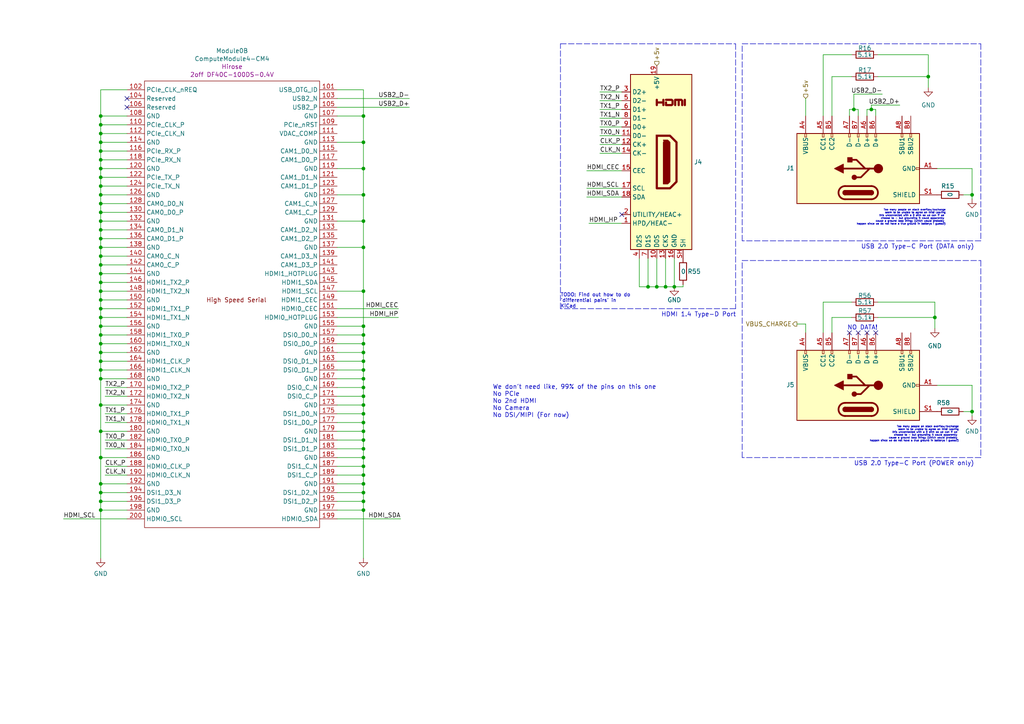
<source format=kicad_sch>
(kicad_sch (version 20210621) (generator eeschema)
  (paper "A4")
  (title_block (title "Port data connectors") (rev "indev"))
  (lib_symbols
    (symbol "CM4IO:ComputeModule4-CM4"
      (property "Reference" "Module" (at 113.03 -68.58 0))
      (property "Value" "ComputeModule4-CM4" (at 140.97 2.54 0))
      (property "Field4" "Hirose" (at 0 0 0))
      (property "Field5" "2x DF40C-100DS-0.4V" (at 0 -2.54 0))
      (symbol "ComputeModule4-CM4_1_0"
        (text "GPIO" (at 0 6.35 0) (effects (font (size 1.27 1.27))))
      )
      (symbol "ComputeModule4-CM4_1_1"
        (text "600mA Max" (at -8.89 -53.34 0) (effects (font (size 1.27 1.27))))
        (text "600mA Max" (at -8.89 -48.26 0) (effects (font (size 1.27 1.27))))
        (text "NB SD signals are only available" (at -1.27 -27.94 0) (effects (font (size 1.27 1.27))))
        (text "on modules without eMMC" (at -1.27 -30.48 0) (effects (font (size 1.27 1.27))))
        (rectangle (start -30.48 -71.12) (end 25.4 58.42))
        (pin power_in line (at 27.94 55.88 180) (length 2.54) (name "GND") (number "1"))
        (pin passive line (at -33.02 45.72 0) (length 2.54) (name "Ethernet_Pair0_N") (number "10"))
        (pin output line (at -33.02 -68.58 0) (length 2.54) (name "nEXTRST") (number "100"))
        (pin passive line (at 27.94 43.18 180) (length 2.54) (name "Ethernet_Pair2_P") (number "11"))
        (pin passive line (at -33.02 43.18 0) (length 2.54) (name "Ethernet_Pair0_P") (number "12"))
        (pin power_in line (at 27.94 40.64 180) (length 2.54) (name "GND") (number "13"))
        (pin power_in line (at -33.02 40.64 0) (length 2.54) (name "GND") (number "14"))
        (pin output line (at 27.94 38.1 180) (length 2.54) (name "Ethernet_nLED3(3.3v)") (number "15"))
        (pin input line (at -33.02 38.1 0) (length 2.54) (name "Ethernet_SYNC_IN(1.8v)") (number "16"))
        (pin output line (at 27.94 35.56 180) (length 2.54) (name "Ethernet_nLED2(3.3v)") (number "17"))
        (pin input line (at -33.02 35.56 0) (length 2.54) (name "Ethernet_SYNC_OUT(1.8v)") (number "18"))
        (pin output line (at 27.94 33.02 180) (length 2.54) (name "Ethernet_nLED1(3.3v)") (number "19"))
        (pin power_in line (at -33.02 55.88 0) (length 2.54) (name "GND") (number "2"))
        (pin passive line (at -33.02 33.02 0) (length 2.54) (name "EEPROM_nWP") (number "20"))
        (pin open_collector line (at 27.94 30.48 180) (length 2.54) (name "PI_nLED_Activity") (number "21"))
        (pin power_in line (at -33.02 30.48 0) (length 2.54) (name "GND") (number "22"))
        (pin power_in line (at 27.94 27.94 180) (length 2.54) (name "GND") (number "23"))
        (pin passive line (at -33.02 27.94 0) (length 2.54) (name "GPIO26") (number "24"))
        (pin passive line (at 27.94 25.4 180) (length 2.54) (name "GPIO21") (number "25"))
        (pin passive line (at -33.02 25.4 0) (length 2.54) (name "GPIO19") (number "26"))
        (pin passive line (at 27.94 22.86 180) (length 2.54) (name "GPIO20") (number "27"))
        (pin passive line (at -33.02 22.86 0) (length 2.54) (name "GPIO13") (number "28"))
        (pin passive line (at 27.94 20.32 180) (length 2.54) (name "GPIO16") (number "29"))
        (pin passive line (at 27.94 53.34 180) (length 2.54) (name "Ethernet_Pair3_P") (number "3"))
        (pin passive line (at -33.02 20.32 0) (length 2.54) (name "GPIO6") (number "30"))
        (pin passive line (at 27.94 17.78 180) (length 2.54) (name "GPIO12") (number "31"))
        (pin power_in line (at -33.02 17.78 0) (length 2.54) (name "GND") (number "32"))
        (pin power_in line (at 27.94 15.24 180) (length 2.54) (name "GND") (number "33"))
        (pin passive line (at -33.02 15.24 0) (length 2.54) (name "GPIO5") (number "34"))
        (pin passive line (at 27.94 12.7 180) (length 2.54) (name "ID_SC") (number "35"))
        (pin passive line (at -33.02 12.7 0) (length 2.54) (name "ID_SD") (number "36"))
        (pin passive line (at 27.94 10.16 180) (length 2.54) (name "GPIO7") (number "37"))
        (pin passive line (at -33.02 10.16 0) (length 2.54) (name "GPIO11") (number "38"))
        (pin passive line (at 27.94 7.62 180) (length 2.54) (name "GPIO8") (number "39"))
        (pin passive line (at -33.02 53.34 0) (length 2.54) (name "Ethernet_Pair1_P") (number "4"))
        (pin passive line (at -33.02 7.62 0) (length 2.54) (name "GPIO9") (number "40"))
        (pin passive line (at 27.94 5.08 180) (length 2.54) (name "GPIO25") (number "41"))
        (pin power_in line (at -33.02 5.08 0) (length 2.54) (name "GND") (number "42"))
        (pin power_in line (at 27.94 2.54 180) (length 2.54) (name "GND") (number "43"))
        (pin passive line (at -33.02 2.54 0) (length 2.54) (name "GPIO10") (number "44"))
        (pin passive line (at 27.94 0 180) (length 2.54) (name "GPIO24") (number "45"))
        (pin passive line (at -33.02 0 0) (length 2.54) (name "GPIO22") (number "46"))
        (pin passive line (at 27.94 -2.54 180) (length 2.54) (name "GPIO23") (number "47"))
        (pin passive line (at -33.02 -2.54 0) (length 2.54) (name "GPIO27") (number "48"))
        (pin passive line (at 27.94 -5.08 180) (length 2.54) (name "GPIO18") (number "49"))
        (pin passive line (at 27.94 50.8 180) (length 2.54) (name "Ethernet_Pair3_N") (number "5"))
        (pin passive line (at -33.02 -5.08 0) (length 2.54) (name "GPIO17") (number "50"))
        (pin passive line (at 27.94 -7.62 180) (length 2.54) (name "GPIO15") (number "51"))
        (pin power_in line (at -33.02 -7.62 0) (length 2.54) (name "GND") (number "52"))
        (pin power_in line (at 27.94 -10.16 180) (length 2.54) (name "GND") (number "53"))
        (pin passive line (at -33.02 -10.16 0) (length 2.54) (name "GPIO4") (number "54"))
        (pin passive line (at 27.94 -12.7 180) (length 2.54) (name "GPIO14") (number "55"))
        (pin passive line (at -33.02 -12.7 0) (length 2.54) (name "GPIO3") (number "56"))
        (pin passive line (at 27.94 -15.24 180) (length 2.54) (name "SD_CLK") (number "57"))
        (pin passive line (at -33.02 -15.24 0) (length 2.54) (name "GPIO2") (number "58"))
        (pin power_in line (at 27.94 -17.78 180) (length 2.54) (name "GND") (number "59"))
        (pin passive line (at -33.02 50.8 0) (length 2.54) (name "Ethernet_Pair1_N") (number "6"))
        (pin power_in line (at -33.02 -17.78 0) (length 2.54) (name "GND") (number "60"))
        (pin passive line (at 27.94 -20.32 180) (length 2.54) (name "SD_DAT3") (number "61"))
        (pin passive line (at -33.02 -20.32 0) (length 2.54) (name "SD_CMD") (number "62"))
        (pin passive line (at 27.94 -22.86 180) (length 2.54) (name "SD_DAT0") (number "63"))
        (pin passive line (at -33.02 -22.86 0) (length 2.54) (name "SD_DAT5") (number "64"))
        (pin power_in line (at 27.94 -25.4 180) (length 2.54) (name "GND") (number "65"))
        (pin power_in line (at -33.02 -25.4 0) (length 2.54) (name "GND") (number "66"))
        (pin passive line (at 27.94 -27.94 180) (length 2.54) (name "SD_DAT1") (number "67"))
        (pin passive line (at -33.02 -27.94 0) (length 2.54) (name "SD_DAT4") (number "68"))
        (pin passive line (at 27.94 -30.48 180) (length 2.54) (name "SD_DAT2") (number "69"))
        (pin power_in line (at 27.94 48.26 180) (length 2.54) (name "GND") (number "7"))
        (pin passive line (at -33.02 -30.48 0) (length 2.54) (name "SD_DAT7") (number "70"))
        (pin power_in line (at 27.94 -33.02 180) (length 2.54) (name "GND") (number "71"))
        (pin passive line (at -33.02 -33.02 0) (length 2.54) (name "SD_DAT6") (number "72"))
        (pin input line (at 27.94 -35.56 180) (length 2.54) (name "SD_VDD_Override") (number "73"))
        (pin power_in line (at -33.02 -35.56 0) (length 2.54) (name "GND") (number "74"))
        (pin output line (at 27.94 -38.1 180) (length 2.54) (name "SD_PWR_ON") (number "75"))
        (pin passive line (at -33.02 -38.1 0) (length 2.54) (name "Reserved") (number "76"))
        (pin power_in line (at 27.94 -40.64 180) (length 2.54) (name "+5v_(Input)") (number "77"))
        (pin power_in line (at -33.02 -40.64 0) (length 2.54) (name "GPIO_VREF(1.8v/3.3v_Input)") (number "78"))
        (pin power_in line (at 27.94 -43.18 180) (length 2.54) (name "+5v_(Input)") (number "79"))
        (pin power_in line (at -33.02 48.26 0) (length 2.54) (name "GND") (number "8"))
        (pin passive line (at -33.02 -43.18 0) (length 2.54) (name "SCL0") (number "80"))
        (pin power_in line (at 27.94 -45.72 180) (length 2.54) (name "+5v_(Input)") (number "81"))
        (pin passive line (at -33.02 -45.72 0) (length 2.54) (name "SDA0") (number "82"))
        (pin power_in line (at 27.94 -48.26 180) (length 2.54) (name "+5v_(Input)") (number "83"))
        (pin power_out line (at -33.02 -48.26 0) (length 2.54) (name "+3.3v_(Output)") (number "84"))
        (pin power_in line (at 27.94 -50.8 180) (length 2.54) (name "+5v_(Input)") (number "85"))
        (pin power_out line (at -33.02 -50.8 0) (length 2.54) (name "+3.3v_(Output)") (number "86"))
        (pin power_in line (at 27.94 -53.34 180) (length 2.54) (name "+5v_(Input)") (number "87"))
        (pin power_out line (at -33.02 -53.34 0) (length 2.54) (name "+1.8v_(Output)") (number "88"))
        (pin power_in line (at 27.94 -55.88 180) (length 2.54) (name "WiFi_nDisable") (number "89"))
        (pin passive line (at 27.94 45.72 180) (length 2.54) (name "Ethernet_Pair2_N") (number "9"))
        (pin power_out line (at -33.02 -55.88 0) (length 2.54) (name "+1.8v_(Output)") (number "90"))
        (pin power_in line (at 27.94 -58.42 180) (length 2.54) (name "BT_nDisable") (number "91"))
        (pin passive line (at -33.02 -58.42 0) (length 2.54) (name "RUN_PG") (number "92"))
        (pin input line (at 27.94 -60.96 180) (length 2.54) (name "nRPIBOOT") (number "93"))
        (pin passive line (at -33.02 -60.96 0) (length 2.54) (name "AnalogIP0") (number "94"))
        (pin output line (at 27.94 -63.5 180) (length 2.54) (name "nPI_LED_PWR") (number "95"))
        (pin passive line (at -33.02 -63.5 0) (length 2.54) (name "AnalogIP1") (number "96"))
        (pin passive line (at 27.94 -66.04 180) (length 2.54) (name "Camera_GPIO") (number "97"))
        (pin power_in line (at -33.02 -66.04 0) (length 2.54) (name "GND") (number "98"))
        (pin input line (at 27.94 -68.58 180) (length 2.54) (name "Global_EN") (number "99"))
      )
      (symbol "ComputeModule4-CM4_2_1"
        (text "High Speed Serial" (at 140.97 0 0) (effects (font (size 1.27 1.27))))
        (rectangle (start 114.3 -66.04) (end 165.1 63.5))
        (pin input line (at 170.18 60.96 180) (length 5.08) (name "USB_OTG_ID") (number "101"))
        (pin input line (at 109.22 60.96 0) (length 5.08) (name "PCIe_CLK_nREQ") (number "102"))
        (pin passive line (at 170.18 58.42 180) (length 5.08) (name "USB2_N") (number "103"))
        (pin passive line (at 109.22 58.42 0) (length 5.08) (name "Reserved") (number "104"))
        (pin passive line (at 170.18 55.88 180) (length 5.08) (name "USB2_P") (number "105"))
        (pin passive line (at 109.22 55.88 0) (length 5.08) (name "Reserved") (number "106"))
        (pin power_in line (at 170.18 53.34 180) (length 5.08) (name "GND") (number "107"))
        (pin power_in line (at 109.22 53.34 0) (length 5.08) (name "GND") (number "108"))
        (pin bidirectional line (at 170.18 50.8 180) (length 5.08) (name "PCIe_nRST") (number "109"))
        (pin output line (at 109.22 50.8 0) (length 5.08) (name "PCIe_CLK_P") (number "110"))
        (pin passive line (at 170.18 48.26 180) (length 5.08) (name "VDAC_COMP") (number "111"))
        (pin output line (at 109.22 48.26 0) (length 5.08) (name "PCIe_CLK_N") (number "112"))
        (pin power_in line (at 170.18 45.72 180) (length 5.08) (name "GND") (number "113"))
        (pin power_in line (at 109.22 45.72 0) (length 5.08) (name "GND") (number "114"))
        (pin input line (at 170.18 43.18 180) (length 5.08) (name "CAM1_D0_N") (number "115"))
        (pin input line (at 109.22 43.18 0) (length 5.08) (name "PCIe_RX_P") (number "116"))
        (pin input line (at 170.18 40.64 180) (length 5.08) (name "CAM1_D0_P") (number "117"))
        (pin input line (at 109.22 40.64 0) (length 5.08) (name "PCIe_RX_N") (number "118"))
        (pin power_in line (at 170.18 38.1 180) (length 5.08) (name "GND") (number "119"))
        (pin power_in line (at 109.22 38.1 0) (length 5.08) (name "GND") (number "120"))
        (pin input line (at 170.18 35.56 180) (length 5.08) (name "CAM1_D1_N") (number "121"))
        (pin output line (at 109.22 35.56 0) (length 5.08) (name "PCIe_TX_P") (number "122"))
        (pin input line (at 170.18 33.02 180) (length 5.08) (name "CAM1_D1_P") (number "123"))
        (pin output line (at 109.22 33.02 0) (length 5.08) (name "PCIe_TX_N") (number "124"))
        (pin power_in line (at 170.18 30.48 180) (length 5.08) (name "GND") (number "125"))
        (pin power_in line (at 109.22 30.48 0) (length 5.08) (name "GND") (number "126"))
        (pin input line (at 170.18 27.94 180) (length 5.08) (name "CAM1_C_N") (number "127"))
        (pin input line (at 109.22 27.94 0) (length 5.08) (name "CAM0_D0_N") (number "128"))
        (pin input line (at 170.18 25.4 180) (length 5.08) (name "CAM1_C_P") (number "129"))
        (pin input line (at 109.22 25.4 0) (length 5.08) (name "CAM0_D0_P") (number "130"))
        (pin power_in line (at 170.18 22.86 180) (length 5.08) (name "GND") (number "131"))
        (pin power_in line (at 109.22 22.86 0) (length 5.08) (name "GND") (number "132"))
        (pin input line (at 170.18 20.32 180) (length 5.08) (name "CAM1_D2_N") (number "133"))
        (pin input line (at 109.22 20.32 0) (length 5.08) (name "CAM0_D1_N") (number "134"))
        (pin input line (at 170.18 17.78 180) (length 5.08) (name "CAM1_D2_P") (number "135"))
        (pin input line (at 109.22 17.78 0) (length 5.08) (name "CAM0_D1_P") (number "136"))
        (pin power_in line (at 170.18 15.24 180) (length 5.08) (name "GND") (number "137"))
        (pin power_in line (at 109.22 15.24 0) (length 5.08) (name "GND") (number "138"))
        (pin input line (at 170.18 12.7 180) (length 5.08) (name "CAM1_D3_N") (number "139"))
        (pin input line (at 109.22 12.7 0) (length 5.08) (name "CAM0_C_N") (number "140"))
        (pin input line (at 170.18 10.16 180) (length 5.08) (name "CAM1_D3_P") (number "141"))
        (pin input line (at 109.22 10.16 0) (length 5.08) (name "CAM0_C_P") (number "142"))
        (pin input line (at 170.18 7.62 180) (length 5.08) (name "HDMI1_HOTPLUG") (number "143"))
        (pin power_in line (at 109.22 7.62 0) (length 5.08) (name "GND") (number "144"))
        (pin bidirectional line (at 170.18 5.08 180) (length 5.08) (name "HDMI1_SDA") (number "145"))
        (pin output line (at 109.22 5.08 0) (length 5.08) (name "HDMI1_TX2_P") (number "146"))
        (pin open_collector line (at 170.18 2.54 180) (length 5.08) (name "HDMI1_SCL") (number "147"))
        (pin output line (at 109.22 2.54 0) (length 5.08) (name "HDMI1_TX2_N") (number "148"))
        (pin open_collector line (at 170.18 0 180) (length 5.08) (name "HDMI1_CEC") (number "149"))
        (pin power_in line (at 109.22 0 0) (length 5.08) (name "GND") (number "150"))
        (pin open_collector line (at 170.18 -2.54 180) (length 5.08) (name "HDMI0_CEC") (number "151"))
        (pin output line (at 109.22 -2.54 0) (length 5.08) (name "HDMI1_TX1_P") (number "152"))
        (pin input line (at 170.18 -5.08 180) (length 5.08) (name "HDMI0_HOTPLUG") (number "153"))
        (pin output line (at 109.22 -5.08 0) (length 5.08) (name "HDMI1_TX1_N") (number "154"))
        (pin power_in line (at 170.18 -7.62 180) (length 5.08) (name "GND") (number "155"))
        (pin power_in line (at 109.22 -7.62 0) (length 5.08) (name "GND") (number "156"))
        (pin output line (at 170.18 -10.16 180) (length 5.08) (name "DSI0_D0_N") (number "157"))
        (pin output line (at 109.22 -10.16 0) (length 5.08) (name "HDMI1_TX0_P") (number "158"))
        (pin output line (at 170.18 -12.7 180) (length 5.08) (name "DSI0_D0_P") (number "159"))
        (pin output line (at 109.22 -12.7 0) (length 5.08) (name "HDMI1_TX0_N") (number "160"))
        (pin power_in line (at 170.18 -15.24 180) (length 5.08) (name "GND") (number "161"))
        (pin power_in line (at 109.22 -15.24 0) (length 5.08) (name "GND") (number "162"))
        (pin output line (at 170.18 -17.78 180) (length 5.08) (name "DSI0_D1_N") (number "163"))
        (pin output line (at 109.22 -17.78 0) (length 5.08) (name "HDMI1_CLK_P") (number "164"))
        (pin output line (at 170.18 -20.32 180) (length 5.08) (name "DSI0_D1_P") (number "165"))
        (pin output line (at 109.22 -20.32 0) (length 5.08) (name "HDMI1_CLK_N") (number "166"))
        (pin power_in line (at 170.18 -22.86 180) (length 5.08) (name "GND") (number "167"))
        (pin power_in line (at 109.22 -22.86 0) (length 5.08) (name "GND") (number "168"))
        (pin output line (at 170.18 -25.4 180) (length 5.08) (name "DSI0_C_N") (number "169"))
        (pin output line (at 109.22 -25.4 0) (length 5.08) (name "HDMI0_TX2_P") (number "170"))
        (pin output line (at 170.18 -27.94 180) (length 5.08) (name "DSI0_C_P") (number "171"))
        (pin output line (at 109.22 -27.94 0) (length 5.08) (name "HDMI0_TX2_N") (number "172"))
        (pin power_in line (at 170.18 -30.48 180) (length 5.08) (name "GND") (number "173"))
        (pin power_in line (at 109.22 -30.48 0) (length 5.08) (name "GND") (number "174"))
        (pin output line (at 170.18 -33.02 180) (length 5.08) (name "DSI1_D0_N") (number "175"))
        (pin output line (at 109.22 -33.02 0) (length 5.08) (name "HDMI0_TX1_P") (number "176"))
        (pin output line (at 170.18 -35.56 180) (length 5.08) (name "DSI1_D0_P") (number "177"))
        (pin output line (at 109.22 -35.56 0) (length 5.08) (name "HDMI0_TX1_N") (number "178"))
        (pin power_in line (at 170.18 -38.1 180) (length 5.08) (name "GND") (number "179"))
        (pin power_in line (at 109.22 -38.1 0) (length 5.08) (name "GND") (number "180"))
        (pin output line (at 170.18 -40.64 180) (length 5.08) (name "DSI1_D1_N") (number "181"))
        (pin output line (at 109.22 -40.64 0) (length 5.08) (name "HDMI0_TX0_P") (number "182"))
        (pin output line (at 170.18 -43.18 180) (length 5.08) (name "DSI1_D1_P") (number "183"))
        (pin output line (at 109.22 -43.18 0) (length 5.08) (name "HDMI0_TX0_N") (number "184"))
        (pin power_in line (at 170.18 -45.72 180) (length 5.08) (name "GND") (number "185"))
        (pin power_in line (at 109.22 -45.72 0) (length 5.08) (name "GND") (number "186"))
        (pin output line (at 170.18 -48.26 180) (length 5.08) (name "DSI1_C_N") (number "187"))
        (pin output line (at 109.22 -48.26 0) (length 5.08) (name "HDMI0_CLK_P") (number "188"))
        (pin output line (at 170.18 -50.8 180) (length 5.08) (name "DSI1_C_P") (number "189"))
        (pin output line (at 109.22 -50.8 0) (length 5.08) (name "HDMI0_CLK_N") (number "190"))
        (pin power_in line (at 170.18 -53.34 180) (length 5.08) (name "GND") (number "191"))
        (pin power_in line (at 109.22 -53.34 0) (length 5.08) (name "GND") (number "192"))
        (pin output line (at 170.18 -55.88 180) (length 5.08) (name "DSI1_D2_N") (number "193"))
        (pin output line (at 109.22 -55.88 0) (length 5.08) (name "DSI1_D3_N") (number "194"))
        (pin output line (at 170.18 -58.42 180) (length 5.08) (name "DSI1_D2_P") (number "195"))
        (pin output line (at 109.22 -58.42 0) (length 5.08) (name "DSI1_D3_P") (number "196"))
        (pin power_in line (at 170.18 -60.96 180) (length 5.08) (name "GND") (number "197"))
        (pin power_in line (at 109.22 -60.96 0) (length 5.08) (name "GND") (number "198"))
        (pin bidirectional line (at 170.18 -63.5 180) (length 5.08) (name "HDMI0_SDA") (number "199"))
        (pin open_collector line (at 109.22 -63.5 0) (length 5.08) (name "HDMI0_SCL") (number "200"))
      )
    )
    (symbol "Connector:HDMI_D_1.4"
      (property "Reference" "J" (at -6.35 26.67 0))
      (property "Value" "HDMI_D_1.4" (at 10.16 26.67 0))
      (symbol "HDMI_D_1.4_0_0"
        (polyline (pts (xy 8.128 16.51) (xy 8.128 18.034)) (stroke (width 0.635)))
        (polyline (pts (xy 0 16.51) (xy 0 18.034) (xy 0 17.272) (xy 1.905 17.272) (xy 1.905 18.034) (xy 1.905 16.51)) (stroke (width 0.635)))
        (polyline (pts (xy 2.667 18.034) (xy 4.318 18.034) (xy 4.572 17.78) (xy 4.572 16.764) (xy 4.318 16.51) (xy 2.667 16.51) (xy 2.667 17.272)) (stroke (width 0.635)))
      )
      (symbol "HDMI_D_1.4_0_1"
        (rectangle (start -7.62 25.4) (end 10.16 -25.4) (stroke (width 0.254)) (fill (type background)))
        (polyline (pts (xy 0 7.62) (xy 3.81 7.62) (xy 5.715 5.715) (xy 5.715 -5.715) (xy 3.81 -7.62) (xy 0 -7.62) (xy 0 7.62)) (stroke (width 0.635)))
        (polyline (pts (xy 5.334 16.51) (xy 5.334 18.034) (xy 6.35 18.034) (xy 6.35 16.51) (xy 6.35 18.034) (xy 7.112 18.034) (xy 7.366 17.78) (xy 7.366 16.51)) (stroke (width 0.635)))
        (polyline (pts (xy 1.905 6.35) (xy 3.175 6.35) (xy 3.81 5.715) (xy 3.81 -5.715) (xy 3.175 -6.35) (xy 1.905 -6.35) (xy 1.905 5.715)) (stroke (width 0.254)) (fill (type outline)))
      )
      (symbol "HDMI_D_1.4_1_1"
        (pin passive line (at -10.16 -17.78 0) (length 2.54) (name "HPD/HEAC-") (number "1"))
        (pin power_in line (at 0 -27.94 90) (length 2.54) (name "D0S") (number "10"))
        (pin passive line (at -10.16 7.62 0) (length 2.54) (name "D0-") (number "11"))
        (pin passive line (at -10.16 5.08 0) (length 2.54) (name "CK+") (number "12"))
        (pin power_in line (at 2.54 -27.94 90) (length 2.54) (name "CKS") (number "13"))
        (pin passive line (at -10.16 2.54 0) (length 2.54) (name "CK-") (number "14"))
        (pin bidirectional line (at -10.16 -2.54 0) (length 2.54) (name "CEC") (number "15"))
        (pin power_in line (at 5.08 -27.94 90) (length 2.54) (name "GND") (number "16"))
        (pin passive line (at -10.16 -7.62 0) (length 2.54) (name "SCL") (number "17"))
        (pin bidirectional line (at -10.16 -10.16 0) (length 2.54) (name "SDA") (number "18"))
        (pin power_in line (at 0 27.94 270) (length 2.54) (name "+5V") (number "19"))
        (pin passive line (at -10.16 -15.24 0) (length 2.54) (name "UTILITY/HEAC+") (number "2"))
        (pin passive line (at -10.16 20.32 0) (length 2.54) (name "D2+") (number "3"))
        (pin power_in line (at -5.08 -27.94 90) (length 2.54) (name "D2S") (number "4"))
        (pin passive line (at -10.16 17.78 0) (length 2.54) (name "D2-") (number "5"))
        (pin passive line (at -10.16 15.24 0) (length 2.54) (name "D1+") (number "6"))
        (pin power_in line (at -2.54 -27.94 90) (length 2.54) (name "D1S") (number "7"))
        (pin passive line (at -10.16 12.7 0) (length 2.54) (name "D1-") (number "8"))
        (pin passive line (at -10.16 10.16 0) (length 2.54) (name "D0+") (number "9"))
        (pin passive line (at 7.62 -27.94 90) (length 2.54) (name "SH") (number "SH"))
      )
    )
    (symbol "Connector:USB_C_Receptacle_USB2.0" (pin_names (offset 1.016))
      (property "Reference" "J" (at -10.16 19.05 0))
      (property "Value" "USB_C_Receptacle_USB2.0" (at 19.05 19.05 0))
      (symbol "USB_C_Receptacle_USB2.0_0_0"
        (rectangle (start -0.254 -17.78) (end 0.254 -16.764))
        (rectangle (start 10.16 -14.986) (end 9.144 -15.494))
        (rectangle (start 10.16 -12.446) (end 9.144 -12.954))
        (rectangle (start 10.16 -4.826) (end 9.144 -5.334))
        (rectangle (start 10.16 -2.286) (end 9.144 -2.794))
        (rectangle (start 10.16 0.254) (end 9.144 -0.254))
        (rectangle (start 10.16 2.794) (end 9.144 2.286))
        (rectangle (start 10.16 7.874) (end 9.144 7.366))
        (rectangle (start 10.16 10.414) (end 9.144 9.906))
        (rectangle (start 10.16 15.494) (end 9.144 14.986))
      )
      (symbol "USB_C_Receptacle_USB2.0_0_1"
        (arc (start -8.89 -3.81) (end -5.08 -3.81) (radius (at -6.985 -3.81) (length 1.905) (angles -179.9 -0.1)) (stroke (width 0.508)))
        (arc (start -7.62 -3.81) (end -6.35 -3.81) (radius (at -6.985 -3.81) (length 0.635) (angles -179.9 -0.1)) (stroke (width 0.254)))
        (arc (start -6.35 3.81) (end -7.62 3.81) (radius (at -6.985 3.81) (length 0.635) (angles 0.1 179.9)) (stroke (width 0.254)))
        (arc (start -5.08 3.81) (end -8.89 3.81) (radius (at -6.985 3.81) (length 1.905) (angles 0.1 179.9)) (stroke (width 0.508)))
        (arc (start -7.62 -3.81) (end -6.35 -3.81) (radius (at -6.985 -3.81) (length 0.635) (angles -179.9 -0.1)) (stroke (width 0.254)) (fill (type outline)))
        (arc (start -6.35 3.81) (end -7.62 3.81) (radius (at -6.985 3.81) (length 0.635) (angles 0.1 179.9)) (stroke (width 0.254)) (fill (type outline)))
        (circle (center -2.54 1.143) (radius 0.635) (stroke (width 0.254)) (fill (type outline)))
        (circle (center 0 -5.842) (radius 1.27) (fill (type outline)))
        (rectangle (start -7.62 -3.81) (end -6.35 3.81) (stroke (width 0.254)) (fill (type outline)))
        (rectangle (start 1.905 1.778) (end 3.175 3.048) (stroke (width 0.254)) (fill (type outline)))
        (rectangle (start -10.16 17.78) (end 10.16 -17.78) (stroke (width 0.254)) (fill (type background)))
        (polyline (pts (xy -8.89 -3.81) (xy -8.89 3.81)) (stroke (width 0.508)))
        (polyline (pts (xy -5.08 3.81) (xy -5.08 -3.81)) (stroke (width 0.508)))
        (polyline (pts (xy 0 -5.842) (xy 0 4.318)) (stroke (width 0.508)))
        (polyline (pts (xy 0 -3.302) (xy -2.54 -0.762) (xy -2.54 0.508)) (stroke (width 0.508)))
        (polyline (pts (xy 0 -2.032) (xy 2.54 0.508) (xy 2.54 1.778)) (stroke (width 0.508)))
        (polyline (pts (xy -1.27 4.318) (xy 0 6.858) (xy 1.27 4.318) (xy -1.27 4.318)) (stroke (width 0.254)) (fill (type outline)))
      )
      (symbol "USB_C_Receptacle_USB2.0_1_1"
        (pin passive line (at 0 -22.86 90) (length 5.08) (name "GND") (number "A1"))
        (pin passive line (at 0 -22.86 90) (length 5.08) hide (name "GND") (number "A12"))
        (pin passive line (at 15.24 15.24 180) (length 5.08) (name "VBUS") (number "A4"))
        (pin bidirectional line (at 15.24 10.16 180) (length 5.08) (name "CC1") (number "A5"))
        (pin bidirectional line (at 15.24 -2.54 180) (length 5.08) (name "D+") (number "A6"))
        (pin bidirectional line (at 15.24 2.54 180) (length 5.08) (name "D-") (number "A7"))
        (pin bidirectional line (at 15.24 -12.7 180) (length 5.08) (name "SBU1") (number "A8"))
        (pin passive line (at 15.24 15.24 180) (length 5.08) hide (name "VBUS") (number "A9"))
        (pin passive line (at 0 -22.86 90) (length 5.08) hide (name "GND") (number "B1"))
        (pin passive line (at 0 -22.86 90) (length 5.08) hide (name "GND") (number "B12"))
        (pin passive line (at 15.24 15.24 180) (length 5.08) hide (name "VBUS") (number "B4"))
        (pin bidirectional line (at 15.24 7.62 180) (length 5.08) (name "CC2") (number "B5"))
        (pin bidirectional line (at 15.24 -5.08 180) (length 5.08) (name "D+") (number "B6"))
        (pin bidirectional line (at 15.24 0 180) (length 5.08) (name "D-") (number "B7"))
        (pin bidirectional line (at 15.24 -15.24 180) (length 5.08) (name "SBU2") (number "B8"))
        (pin passive line (at 15.24 15.24 180) (length 5.08) hide (name "VBUS") (number "B9"))
        (pin passive line (at -7.62 -22.86 90) (length 5.08) (name "SHIELD") (number "S1"))
      )
    )
    (symbol "Device:R" (pin_numbers hide) (pin_names (offset 0))
      (property "Reference" "R" (at 2.032 0 90))
      (property "Value" "R" (at 0 0 90))
      (symbol "R_0_1"
        (rectangle (start -1.016 -2.54) (end 1.016 2.54) (stroke (width 0.254)))
      )
      (symbol "R_1_1"
        (pin passive line (at 0 3.81 270) (length 1.27) (name "~") (number "1"))
        (pin passive line (at 0 -3.81 90) (length 1.27) (name "~") (number "2"))
      )
    )
    (symbol "power:GND" (power) (pin_names (offset 0))
      (property "Value" "GND" (at 0 -3.81 0))
      (symbol "GND_0_1"
        (polyline (pts (xy 0 0) (xy 0 -1.27) (xy 1.27 -1.27) (xy 0 -2.54) (xy -1.27 -1.27) (xy 0 -1.27)))
      )
      (symbol "GND_1_1"
        (pin power_in line (at 0 0 270) (length 0) hide (name "GND") (number "1"))
      )
    )
  )
  (junction (at 29.21 33.655) (diameter 0.9144))
  (junction (at 29.21 36.195) (diameter 0.9144))
  (junction (at 29.21 38.735) (diameter 0.9144))
  (junction (at 29.21 41.275) (diameter 0.9144))
  (junction (at 29.21 43.815) (diameter 0.9144))
  (junction (at 29.21 46.355) (diameter 0.9144))
  (junction (at 29.21 48.895) (diameter 0.9144))
  (junction (at 29.21 51.435) (diameter 0.9144))
  (junction (at 29.21 53.975) (diameter 0.9144))
  (junction (at 29.21 56.515) (diameter 0.9144))
  (junction (at 29.21 59.055) (diameter 0.9144))
  (junction (at 29.21 61.595) (diameter 0.9144))
  (junction (at 29.21 64.135) (diameter 0.9144))
  (junction (at 29.21 66.675) (diameter 0.9144))
  (junction (at 29.21 69.215) (diameter 0.9144))
  (junction (at 29.21 71.755) (diameter 0.9144))
  (junction (at 29.21 74.295) (diameter 0.9144))
  (junction (at 29.21 76.835) (diameter 0.9144))
  (junction (at 29.21 79.375) (diameter 0.9144))
  (junction (at 29.21 81.915) (diameter 0.9144))
  (junction (at 29.21 84.455) (diameter 0.9144))
  (junction (at 29.21 86.995) (diameter 0.9144))
  (junction (at 29.21 89.535) (diameter 0.9144))
  (junction (at 29.21 92.075) (diameter 0.9144))
  (junction (at 29.21 94.615) (diameter 0.9144))
  (junction (at 29.21 97.155) (diameter 0.9144))
  (junction (at 29.21 99.695) (diameter 0.9144))
  (junction (at 29.21 102.235) (diameter 0.9144))
  (junction (at 29.21 104.775) (diameter 0.9144))
  (junction (at 29.21 107.315) (diameter 0.9144))
  (junction (at 29.21 109.855) (diameter 0.9144))
  (junction (at 29.21 117.475) (diameter 0.9144))
  (junction (at 29.21 125.095) (diameter 0.9144))
  (junction (at 29.21 132.715) (diameter 0.9144))
  (junction (at 29.21 140.335) (diameter 0.9144))
  (junction (at 29.21 142.875) (diameter 0.9144))
  (junction (at 29.21 145.415) (diameter 0.9144))
  (junction (at 29.21 147.955) (diameter 0.9144))
  (junction (at 105.41 33.655) (diameter 0.9144))
  (junction (at 105.41 41.275) (diameter 0.9144))
  (junction (at 105.41 48.895) (diameter 0.9144))
  (junction (at 105.41 56.515) (diameter 0.9144))
  (junction (at 105.41 64.135) (diameter 0.9144))
  (junction (at 105.41 71.755) (diameter 0.9144))
  (junction (at 105.41 84.455) (diameter 0.9144))
  (junction (at 105.41 94.615) (diameter 0.9144))
  (junction (at 105.41 97.155) (diameter 0.9144))
  (junction (at 105.41 99.695) (diameter 0.9144))
  (junction (at 105.41 102.235) (diameter 0.9144))
  (junction (at 105.41 104.775) (diameter 0.9144))
  (junction (at 105.41 107.315) (diameter 0.9144))
  (junction (at 105.41 109.855) (diameter 0.9144))
  (junction (at 105.41 112.395) (diameter 0.9144))
  (junction (at 105.41 114.935) (diameter 0.9144))
  (junction (at 105.41 117.475) (diameter 0.9144))
  (junction (at 105.41 120.015) (diameter 0.9144))
  (junction (at 105.41 122.555) (diameter 0.9144))
  (junction (at 105.41 125.095) (diameter 0.9144))
  (junction (at 105.41 127.635) (diameter 0.9144))
  (junction (at 105.41 130.175) (diameter 0.9144))
  (junction (at 105.41 132.715) (diameter 0.9144))
  (junction (at 105.41 135.255) (diameter 0.9144))
  (junction (at 105.41 137.795) (diameter 0.9144))
  (junction (at 105.41 140.335) (diameter 0.9144))
  (junction (at 105.41 142.875) (diameter 0.9144))
  (junction (at 105.41 145.415) (diameter 0.9144))
  (junction (at 105.41 147.955) (diameter 0.9144))
  (junction (at 187.96 83.185) (diameter 0.9144))
  (junction (at 190.5 83.185) (diameter 0.9144))
  (junction (at 193.04 83.185) (diameter 0.9144))
  (junction (at 195.58 83.185) (diameter 0.9144))
  (junction (at 247.65 31.75) (diameter 0.9144))
  (junction (at 252.73 31.75) (diameter 0.9144))
  (junction (at 269.24 22.225) (diameter 0.9144))
  (junction (at 271.145 92.075) (diameter 0.9144))
  (junction (at 281.94 56.515) (diameter 0.9144))
  (junction (at 281.94 119.38) (diameter 0.9144))
  (no_connect (at 36.83 28.575))
  (no_connect (at 36.83 31.115))
  (no_connect (at 180.34 62.23))
  (no_connect (at 246.38 96.52))
  (no_connect (at 248.92 96.52))
  (no_connect (at 251.46 96.52))
  (no_connect (at 254 96.52))
  (wire (pts (xy 18.415 150.495) (xy 36.83 150.495)))
  (wire (pts (xy 29.21 26.035) (xy 29.21 33.655)))
  (wire (pts (xy 29.21 33.655) (xy 29.21 36.195)))
  (wire (pts (xy 29.21 33.655) (xy 36.83 33.655)))
  (wire (pts (xy 29.21 36.195) (xy 29.21 38.735)))
  (wire (pts (xy 29.21 36.195) (xy 36.83 36.195)))
  (wire (pts (xy 29.21 38.735) (xy 29.21 41.275)))
  (wire (pts (xy 29.21 41.275) (xy 29.21 43.815)))
  (wire (pts (xy 29.21 41.275) (xy 36.83 41.275)))
  (wire (pts (xy 29.21 43.815) (xy 29.21 46.355)))
  (wire (pts (xy 29.21 43.815) (xy 36.83 43.815)))
  (wire (pts (xy 29.21 46.355) (xy 29.21 48.895)))
  (wire (pts (xy 29.21 46.355) (xy 36.83 46.355)))
  (wire (pts (xy 29.21 48.895) (xy 29.21 51.435)))
  (wire (pts (xy 29.21 51.435) (xy 29.21 53.975)))
  (wire (pts (xy 29.21 51.435) (xy 36.83 51.435)))
  (wire (pts (xy 29.21 53.975) (xy 29.21 56.515)))
  (wire (pts (xy 29.21 53.975) (xy 36.83 53.975)))
  (wire (pts (xy 29.21 56.515) (xy 29.21 59.055)))
  (wire (pts (xy 29.21 56.515) (xy 36.83 56.515)))
  (wire (pts (xy 29.21 59.055) (xy 29.21 61.595)))
  (wire (pts (xy 29.21 59.055) (xy 36.83 59.055)))
  (wire (pts (xy 29.21 61.595) (xy 29.21 64.135)))
  (wire (pts (xy 29.21 61.595) (xy 36.83 61.595)))
  (wire (pts (xy 29.21 64.135) (xy 29.21 66.675)))
  (wire (pts (xy 29.21 64.135) (xy 36.83 64.135)))
  (wire (pts (xy 29.21 66.675) (xy 29.21 69.215)))
  (wire (pts (xy 29.21 66.675) (xy 36.83 66.675)))
  (wire (pts (xy 29.21 69.215) (xy 29.21 71.755)))
  (wire (pts (xy 29.21 69.215) (xy 36.83 69.215)))
  (wire (pts (xy 29.21 71.755) (xy 29.21 74.295)))
  (wire (pts (xy 29.21 71.755) (xy 36.83 71.755)))
  (wire (pts (xy 29.21 74.295) (xy 29.21 76.835)))
  (wire (pts (xy 29.21 74.295) (xy 36.83 74.295)))
  (wire (pts (xy 29.21 76.835) (xy 29.21 79.375)))
  (wire (pts (xy 29.21 76.835) (xy 36.83 76.835)))
  (wire (pts (xy 29.21 79.375) (xy 29.21 81.915)))
  (wire (pts (xy 29.21 79.375) (xy 36.83 79.375)))
  (wire (pts (xy 29.21 81.915) (xy 29.21 84.455)))
  (wire (pts (xy 29.21 81.915) (xy 36.83 81.915)))
  (wire (pts (xy 29.21 84.455) (xy 29.21 86.995)))
  (wire (pts (xy 29.21 84.455) (xy 36.83 84.455)))
  (wire (pts (xy 29.21 86.995) (xy 29.21 89.535)))
  (wire (pts (xy 29.21 86.995) (xy 36.83 86.995)))
  (wire (pts (xy 29.21 89.535) (xy 29.21 92.075)))
  (wire (pts (xy 29.21 89.535) (xy 36.83 89.535)))
  (wire (pts (xy 29.21 92.075) (xy 29.21 94.615)))
  (wire (pts (xy 29.21 92.075) (xy 36.83 92.075)))
  (wire (pts (xy 29.21 94.615) (xy 29.21 97.155)))
  (wire (pts (xy 29.21 94.615) (xy 36.83 94.615)))
  (wire (pts (xy 29.21 97.155) (xy 29.21 99.695)))
  (wire (pts (xy 29.21 97.155) (xy 36.83 97.155)))
  (wire (pts (xy 29.21 99.695) (xy 29.21 102.235)))
  (wire (pts (xy 29.21 99.695) (xy 36.83 99.695)))
  (wire (pts (xy 29.21 102.235) (xy 29.21 104.775)))
  (wire (pts (xy 29.21 102.235) (xy 36.83 102.235)))
  (wire (pts (xy 29.21 104.775) (xy 29.21 107.315)))
  (wire (pts (xy 29.21 104.775) (xy 36.83 104.775)))
  (wire (pts (xy 29.21 107.315) (xy 29.21 109.855)))
  (wire (pts (xy 29.21 107.315) (xy 36.83 107.315)))
  (wire (pts (xy 29.21 109.855) (xy 29.21 117.475)))
  (wire (pts (xy 29.21 109.855) (xy 36.83 109.855)))
  (wire (pts (xy 29.21 117.475) (xy 29.21 125.095)))
  (wire (pts (xy 29.21 117.475) (xy 36.83 117.475)))
  (wire (pts (xy 29.21 125.095) (xy 29.21 132.715)))
  (wire (pts (xy 29.21 125.095) (xy 36.83 125.095)))
  (wire (pts (xy 29.21 132.715) (xy 29.21 140.335)))
  (wire (pts (xy 29.21 132.715) (xy 36.83 132.715)))
  (wire (pts (xy 29.21 140.335) (xy 29.21 142.875)))
  (wire (pts (xy 29.21 140.335) (xy 36.83 140.335)))
  (wire (pts (xy 29.21 142.875) (xy 29.21 145.415)))
  (wire (pts (xy 29.21 142.875) (xy 36.83 142.875)))
  (wire (pts (xy 29.21 145.415) (xy 29.21 147.955)))
  (wire (pts (xy 29.21 145.415) (xy 36.83 145.415)))
  (wire (pts (xy 29.21 147.955) (xy 29.21 161.925)))
  (wire (pts (xy 29.21 147.955) (xy 36.83 147.955)))
  (wire (pts (xy 30.48 112.395) (xy 36.83 112.395)))
  (wire (pts (xy 30.48 114.935) (xy 36.83 114.935)))
  (wire (pts (xy 30.48 120.015) (xy 36.83 120.015)))
  (wire (pts (xy 30.48 122.555) (xy 36.83 122.555)))
  (wire (pts (xy 30.48 127.635) (xy 36.83 127.635)))
  (wire (pts (xy 30.48 130.175) (xy 36.83 130.175)))
  (wire (pts (xy 30.48 135.255) (xy 36.83 135.255)))
  (wire (pts (xy 30.48 137.795) (xy 36.83 137.795)))
  (wire (pts (xy 36.83 26.035) (xy 29.21 26.035)))
  (wire (pts (xy 36.83 38.735) (xy 29.21 38.735)))
  (wire (pts (xy 36.83 48.895) (xy 29.21 48.895)))
  (wire (pts (xy 97.79 26.035) (xy 105.41 26.035)))
  (wire (pts (xy 97.79 28.575) (xy 118.745 28.575)))
  (wire (pts (xy 97.79 31.115) (xy 118.745 31.115)))
  (wire (pts (xy 97.79 33.655) (xy 105.41 33.655)))
  (wire (pts (xy 97.79 41.275) (xy 105.41 41.275)))
  (wire (pts (xy 97.79 48.895) (xy 105.41 48.895)))
  (wire (pts (xy 97.79 56.515) (xy 105.41 56.515)))
  (wire (pts (xy 97.79 64.135) (xy 105.41 64.135)))
  (wire (pts (xy 97.79 71.755) (xy 105.41 71.755)))
  (wire (pts (xy 97.79 84.455) (xy 105.41 84.455)))
  (wire (pts (xy 97.79 89.535) (xy 115.57 89.535)))
  (wire (pts (xy 97.79 92.075) (xy 115.57 92.075)))
  (wire (pts (xy 97.79 94.615) (xy 105.41 94.615)))
  (wire (pts (xy 97.79 97.155) (xy 105.41 97.155)))
  (wire (pts (xy 97.79 99.695) (xy 105.41 99.695)))
  (wire (pts (xy 97.79 102.235) (xy 105.41 102.235)))
  (wire (pts (xy 97.79 104.775) (xy 105.41 104.775)))
  (wire (pts (xy 97.79 107.315) (xy 105.41 107.315)))
  (wire (pts (xy 97.79 109.855) (xy 105.41 109.855)))
  (wire (pts (xy 97.79 112.395) (xy 105.41 112.395)))
  (wire (pts (xy 97.79 114.935) (xy 105.41 114.935)))
  (wire (pts (xy 97.79 117.475) (xy 105.41 117.475)))
  (wire (pts (xy 97.79 120.015) (xy 105.41 120.015)))
  (wire (pts (xy 97.79 122.555) (xy 105.41 122.555)))
  (wire (pts (xy 97.79 125.095) (xy 105.41 125.095)))
  (wire (pts (xy 97.79 127.635) (xy 105.41 127.635)))
  (wire (pts (xy 97.79 130.175) (xy 105.41 130.175)))
  (wire (pts (xy 97.79 132.715) (xy 105.41 132.715)))
  (wire (pts (xy 97.79 135.255) (xy 105.41 135.255)))
  (wire (pts (xy 97.79 137.795) (xy 105.41 137.795)))
  (wire (pts (xy 97.79 140.335) (xy 105.41 140.335)))
  (wire (pts (xy 97.79 142.875) (xy 105.41 142.875)))
  (wire (pts (xy 97.79 145.415) (xy 105.41 145.415)))
  (wire (pts (xy 97.79 147.955) (xy 105.41 147.955)))
  (wire (pts (xy 97.79 150.495) (xy 116.205 150.495)))
  (wire (pts (xy 105.41 26.035) (xy 105.41 33.655)))
  (wire (pts (xy 105.41 33.655) (xy 105.41 41.275)))
  (wire (pts (xy 105.41 41.275) (xy 105.41 48.895)))
  (wire (pts (xy 105.41 48.895) (xy 105.41 56.515)))
  (wire (pts (xy 105.41 56.515) (xy 105.41 64.135)))
  (wire (pts (xy 105.41 64.135) (xy 105.41 71.755)))
  (wire (pts (xy 105.41 71.755) (xy 105.41 84.455)))
  (wire (pts (xy 105.41 84.455) (xy 105.41 94.615)))
  (wire (pts (xy 105.41 94.615) (xy 105.41 97.155)))
  (wire (pts (xy 105.41 97.155) (xy 105.41 99.695)))
  (wire (pts (xy 105.41 99.695) (xy 105.41 102.235)))
  (wire (pts (xy 105.41 102.235) (xy 105.41 104.775)))
  (wire (pts (xy 105.41 104.775) (xy 105.41 107.315)))
  (wire (pts (xy 105.41 107.315) (xy 105.41 109.855)))
  (wire (pts (xy 105.41 109.855) (xy 105.41 112.395)))
  (wire (pts (xy 105.41 112.395) (xy 105.41 114.935)))
  (wire (pts (xy 105.41 114.935) (xy 105.41 117.475)))
  (wire (pts (xy 105.41 117.475) (xy 105.41 120.015)))
  (wire (pts (xy 105.41 120.015) (xy 105.41 122.555)))
  (wire (pts (xy 105.41 122.555) (xy 105.41 125.095)))
  (wire (pts (xy 105.41 125.095) (xy 105.41 127.635)))
  (wire (pts (xy 105.41 127.635) (xy 105.41 130.175)))
  (wire (pts (xy 105.41 130.175) (xy 105.41 132.715)))
  (wire (pts (xy 105.41 132.715) (xy 105.41 135.255)))
  (wire (pts (xy 105.41 135.255) (xy 105.41 137.795)))
  (wire (pts (xy 105.41 137.795) (xy 105.41 140.335)))
  (wire (pts (xy 105.41 140.335) (xy 105.41 142.875)))
  (wire (pts (xy 105.41 142.875) (xy 105.41 145.415)))
  (wire (pts (xy 105.41 145.415) (xy 105.41 147.955)))
  (wire (pts (xy 105.41 147.955) (xy 105.41 161.925)))
  (wire (pts (xy 170.18 49.53) (xy 180.34 49.53)))
  (wire (pts (xy 170.18 54.61) (xy 180.34 54.61)))
  (wire (pts (xy 170.18 57.15) (xy 180.34 57.15)))
  (wire (pts (xy 170.815 64.77) (xy 180.34 64.77)))
  (wire (pts (xy 173.99 26.67) (xy 180.34 26.67)))
  (wire (pts (xy 173.99 29.21) (xy 180.34 29.21)))
  (wire (pts (xy 173.99 31.75) (xy 180.34 31.75)))
  (wire (pts (xy 173.99 34.29) (xy 180.34 34.29)))
  (wire (pts (xy 173.99 36.83) (xy 180.34 36.83)))
  (wire (pts (xy 173.99 39.37) (xy 180.34 39.37)))
  (wire (pts (xy 173.99 41.91) (xy 180.34 41.91)))
  (wire (pts (xy 173.99 44.45) (xy 180.34 44.45)))
  (wire (pts (xy 185.42 74.93) (xy 185.42 83.185)))
  (wire (pts (xy 185.42 83.185) (xy 187.96 83.185)))
  (wire (pts (xy 187.96 74.93) (xy 187.96 83.185)))
  (wire (pts (xy 187.96 83.185) (xy 190.5 83.185)))
  (wire (pts (xy 190.5 74.93) (xy 190.5 83.185)))
  (wire (pts (xy 190.5 83.185) (xy 193.04 83.185)))
  (wire (pts (xy 193.04 74.93) (xy 193.04 83.185)))
  (wire (pts (xy 193.04 83.185) (xy 195.58 83.185)))
  (wire (pts (xy 195.58 74.93) (xy 195.58 83.185)))
  (wire (pts (xy 198.12 82.55) (xy 198.12 83.185)))
  (wire (pts (xy 198.12 83.185) (xy 195.58 83.185)))
  (wire (pts (xy 231.14 93.98) (xy 233.68 93.98)))
  (wire (pts (xy 233.68 33.655) (xy 233.68 28.575)))
  (wire (pts (xy 233.68 93.98) (xy 233.68 96.52)))
  (wire (pts (xy 238.76 15.875) (xy 238.76 33.655)))
  (wire (pts (xy 238.76 87.63) (xy 238.76 96.52)))
  (wire (pts (xy 241.3 22.225) (xy 241.3 33.655)))
  (wire (pts (xy 241.3 22.225) (xy 247.015 22.225)))
  (wire (pts (xy 241.3 92.075) (xy 241.3 96.52)))
  (wire (pts (xy 246.38 31.75) (xy 247.65 31.75)))
  (wire (pts (xy 246.38 33.655) (xy 246.38 31.75)))
  (wire (pts (xy 247.015 15.875) (xy 238.76 15.875)))
  (wire (pts (xy 247.015 87.63) (xy 238.76 87.63)))
  (wire (pts (xy 247.015 92.075) (xy 241.3 92.075)))
  (wire (pts (xy 247.65 27.305) (xy 247.65 31.75)))
  (wire (pts (xy 247.65 31.75) (xy 248.92 31.75)))
  (wire (pts (xy 248.92 31.75) (xy 248.92 33.655)))
  (wire (pts (xy 251.46 31.75) (xy 252.73 31.75)))
  (wire (pts (xy 251.46 33.655) (xy 251.46 31.75)))
  (wire (pts (xy 252.73 30.48) (xy 252.73 31.75)))
  (wire (pts (xy 252.73 31.75) (xy 254 31.75)))
  (wire (pts (xy 254 33.655) (xy 254 31.75)))
  (wire (pts (xy 254.635 15.875) (xy 269.24 15.875)))
  (wire (pts (xy 254.635 22.225) (xy 269.24 22.225)))
  (wire (pts (xy 254.635 87.63) (xy 271.145 87.63)))
  (wire (pts (xy 254.635 92.075) (xy 271.145 92.075)))
  (wire (pts (xy 255.905 27.305) (xy 247.65 27.305)))
  (wire (pts (xy 260.985 30.48) (xy 252.73 30.48)))
  (wire (pts (xy 269.24 22.225) (xy 269.24 15.875)))
  (wire (pts (xy 269.24 25.4) (xy 269.24 22.225)))
  (wire (pts (xy 271.145 87.63) (xy 271.145 92.075)))
  (wire (pts (xy 271.145 92.075) (xy 271.145 95.25)))
  (wire (pts (xy 271.78 48.895) (xy 281.94 48.895)))
  (wire (pts (xy 271.78 111.76) (xy 281.94 111.76)))
  (wire (pts (xy 279.4 56.515) (xy 281.94 56.515)))
  (wire (pts (xy 279.4 119.38) (xy 281.94 119.38)))
  (wire (pts (xy 281.94 48.895) (xy 281.94 56.515)))
  (wire (pts (xy 281.94 56.515) (xy 281.94 57.785)))
  (wire (pts (xy 281.94 111.76) (xy 281.94 119.38)))
  (wire (pts (xy 281.94 119.38) (xy 281.94 120.65)))
  (polyline (pts (xy 162.56 12.7) (xy 213.36 12.7)) (stroke (width 0) (type dash)))
  (polyline (pts (xy 162.56 89.535) (xy 162.56 12.7)) (stroke (width 0) (type dash)))
  (polyline (pts (xy 213.36 12.7) (xy 213.36 89.535)) (stroke (width 0) (type dash)))
  (polyline (pts (xy 213.36 89.535) (xy 162.56 89.535)) (stroke (width 0) (type dash)))
  (polyline (pts (xy 215.265 12.7) (xy 284.48 12.7)) (stroke (width 0) (type dash)))
  (polyline (pts (xy 215.265 69.85) (xy 215.265 12.7)) (stroke (width 0) (type dash)))
  (polyline (pts (xy 215.265 75.565) (xy 284.48 75.565)) (stroke (width 0) (type dash)))
  (polyline (pts (xy 215.265 132.715) (xy 215.265 75.565)) (stroke (width 0) (type dash)))
  (polyline (pts (xy 284.48 12.7) (xy 284.48 69.85)) (stroke (width 0) (type dash)))
  (polyline (pts (xy 284.48 69.85) (xy 215.265 69.85)) (stroke (width 0) (type dash)))
  (polyline (pts (xy 284.48 75.565) (xy 284.48 132.715)) (stroke (width 0) (type dash)))
  (polyline (pts (xy 284.48 132.715) (xy 215.265 132.715)) (stroke (width 0) (type dash)))
  (text "We don't need like, 99% of the pins on this one\nNo PCIe\nNo 2nd HDMI\nNo Camera\nNo DSI/MIPI (For now)" (at 142.875 121.285 0) (effects (font (size 1.27 1.27)) (justify left bottom)))
  (text "TODO: Find out how to do\n'differential pairs' in \nKiCad" (at 162.56 89.535 0) (effects (font (size 1.016 1.016)) (justify left bottom)))
  (text "HDMI 1.4 Type-D Port" (at 191.77 92.075 0) (effects (font (size 1.27 1.27)) (justify left bottom)))
  (text "NO DATA!" (at 245.745 95.885 0) (effects (font (size 1.27 1.27)) (justify left bottom)))
  (text "Too many people on stack overflow/exchange\nseem to be unable to agree on this! Leaving\nthis unconnected with a 0 ohm so we can if we \nchoose to - but grounding it could apparently \ncause a ground loop thingy (which would probably \nhappen since we do not have a true ground in batterys i guess?)" (at 274.32 65.405 0) (effects (font (size 0.508 0.508)) (justify right bottom)))
  (text "Too many people on stack overflow/exchange\nseem to be unable to agree on this! Leaving\nthis unconnected with a 0 ohm so we can if we \nchoose to - but grounding it could apparently \ncause a ground loop thingy (which would probably \nhappen since we do not have a true ground in batterys i guess?)" (at 278.13 128.27 0) (effects (font (size 0.508 0.508)) (justify right bottom)))
  (text "USB 2.0 Type-C Port (DATA only)\n" (at 282.575 72.39 180) (effects (font (size 1.27 1.27)) (justify right bottom)))
  (text "USB 2.0 Type-C Port (POWER only)\n" (at 282.575 135.255 180) (effects (font (size 1.27 1.27)) (justify right bottom)))
  (label "HDMI_SCL" (at 18.415 150.495 0))
  (label "TX2_P" (at 30.48 112.395 0))
  (label "TX2_N" (at 30.48 114.935 0))
  (label "TX1_P" (at 30.48 120.015 0))
  (label "TX1_N" (at 30.48 122.555 0))
  (label "TX0_P" (at 30.48 127.635 0))
  (label "TX0_N" (at 30.48 130.175 0))
  (label "CLK_P" (at 30.48 135.255 0))
  (label "CLK_N" (at 30.48 137.795 0))
  (label "HDMI_CEC" (at 115.57 89.535 180))
  (label "HDMI_HP" (at 115.57 92.075 180))
  (label "HDMI_SDA" (at 116.205 150.495 180))
  (label "USB2_D-" (at 118.745 28.575 180))
  (label "USB2_D+" (at 118.745 31.115 180))
  (label "HDMI_CEC" (at 170.18 49.53 0))
  (label "HDMI_SCL" (at 170.18 54.61 0))
  (label "HDMI_SDA" (at 170.18 57.15 0))
  (label "HDMI_HP" (at 170.815 64.77 0))
  (label "TX2_P" (at 173.99 26.67 0))
  (label "TX2_N" (at 173.99 29.21 0))
  (label "TX1_P" (at 173.99 31.75 0))
  (label "TX1_N" (at 173.99 34.29 0))
  (label "TX0_P" (at 173.99 36.83 0))
  (label "TX0_N" (at 173.99 39.37 0))
  (label "CLK_P" (at 173.99 41.91 0))
  (label "CLK_N" (at 173.99 44.45 0))
  (label "USB2_D-" (at 255.905 27.305 180))
  (label "USB2_D+" (at 260.985 30.48 180))
  (hierarchical_label "+5v" (shape input) (at 190.5 19.05 90))
  (hierarchical_label "VBUS_CHARGE" (shape output) (at 231.14 93.98 180))
  (hierarchical_label "+5v" (shape input) (at 233.68 28.575 90))
  (symbol (lib_id "power:GND") (at 29.21 161.925 0) (unit 1)
    (property "Reference" "#PWR010" (effects hide))
    (property "Value" "GND" (at 29.21 166.37 0))
  )
  (symbol (lib_id "power:GND") (at 105.41 161.925 0) (unit 1)
    (property "Reference" "#PWR011" (effects hide))
    (property "Value" "GND" (at 105.41 166.37 0))
  )
  (symbol (lib_id "power:GND") (at 195.58 83.185 0) (unit 1)
    (property "Reference" "#PWR044" (effects hide))
    (property "Value" "GND" (at 195.58 86.995 0))
  )
  (symbol (lib_id "power:GND") (at 269.24 25.4 0) (unit 1)
    (property "Reference" "#PWR09" (effects hide))
    (property "Value" "GND" (at 269.24 30.48 0))
  )
  (symbol (lib_id "power:GND") (at 271.145 95.25 0) (unit 1)
    (property "Reference" "#PWR045" (effects hide))
    (property "Value" "GND" (at 271.145 100.33 0))
  )
  (symbol (lib_id "power:GND") (at 281.94 57.785 0) (unit 1)
    (property "Reference" "#PWR08" (effects hide))
    (property "Value" "GND" (at 281.94 62.23 0))
  )
  (symbol (lib_id "power:GND") (at 281.94 120.65 0) (unit 1)
    (property "Reference" "#PWR046" (effects hide))
    (property "Value" "GND" (at 281.94 125.095 0))
  )
  (symbol (lib_id "Device:R") (at 198.12 78.74 0) (unit 1)
    (property "Reference" "R55" (at 199.39 78.7399 0) (effects (justify left)))
    (property "Value" "0" (at 197.485 78.7399 0) (effects (justify left)))
  )
  (symbol (lib_id "Device:R") (at 250.825 15.875 270) (unit 1)
    (property "Reference" "R16" (at 250.825 13.97 90))
    (property "Value" "5.1k" (at 250.825 15.875 90))
    (property "Footprint" "Resistor_SMD:R_0805_2012Metric_Pad1.20x1.40mm_HandSolder" (effects hide))
  )
  (symbol (lib_id "Device:R") (at 250.825 22.225 270) (unit 1)
    (property "Reference" "R17" (at 250.825 20.32 90))
    (property "Value" "5.1k" (at 250.825 22.225 90))
    (property "Footprint" "Resistor_SMD:R_0805_2012Metric_Pad1.20x1.40mm_HandSolder" (effects hide))
  )
  (symbol (lib_id "Device:R") (at 250.825 87.63 270) (unit 1)
    (property "Reference" "R56" (at 250.825 85.725 90))
    (property "Value" "5.1k" (at 250.825 87.63 90))
    (property "Footprint" "Resistor_SMD:R_0805_2012Metric_Pad1.20x1.40mm_HandSolder" (effects hide))
  )
  (symbol (lib_id "Device:R") (at 250.825 92.075 270) (unit 1)
    (property "Reference" "R57" (at 250.825 90.17 90))
    (property "Value" "5.1k" (at 250.825 92.075 90))
    (property "Footprint" "Resistor_SMD:R_0805_2012Metric_Pad1.20x1.40mm_HandSolder" (effects hide))
  )
  (symbol (lib_id "Device:R") (at 275.59 56.515 90) (unit 1)
    (property "Reference" "R15" (at 276.8599 53.975 90) (effects (justify left)))
    (property "Value" "0" (at 275.5899 57.15 0) (effects (justify left)))
  )
  (symbol (lib_id "Device:R") (at 275.59 119.38 90) (unit 1)
    (property "Reference" "R58" (at 275.5899 116.84 90) (effects (justify left)))
    (property "Value" "0" (at 275.5899 120.015 0) (effects (justify left)))
  )
  (symbol (lib_id "Connector:USB_C_Receptacle_USB2.0") (at 248.92 48.895 90) (unit 1)
    (property "Reference" "J1" (at 229.235 48.768 90))
    (property "Value" "USB_C_Receptacle_USB2.0" (effects hide))
    (property "Footprint" "Connector_USB:USB_C_Receptacle_JAE_DX07S016JA1R1500" (effects hide))
    (property "Datasheet" "https://www.usb.org/sites/default/files/documents/usb_type-c.zip" (effects hide))
  )
  (symbol (lib_id "Connector:USB_C_Receptacle_USB2.0") (at 248.92 111.76 90) (unit 1)
    (property "Reference" "J5" (at 229.235 111.633 90))
    (property "Value" "USB_C_Receptacle_USB2.0" (effects hide))
    (property "Footprint" "Connector_USB:USB_C_Receptacle_JAE_DX07S016JA1R1500" (effects hide))
    (property "Datasheet" "https://www.usb.org/sites/default/files/documents/usb_type-c.zip" (effects hide))
  )
  (symbol (lib_id "Connector:HDMI_D_1.4") (at 190.5 46.99 0) (unit 1)
    (property "Reference" "J4" (at 201.295 46.9899 0) (effects (justify left)))
    (property "Value" "HDMI_D_1.4" (effects hide))
    (property "Footprint" "Connector_HDMI:HDMI_Micro-D_Molex_46765-1x01" (effects hide))
    (property "Datasheet" "http://pinoutguide.com/PortableDevices/micro_hdmi_type_d_pinout.shtml" (effects hide))
  )
  (symbol (lib_id "CM4IO:ComputeModule4-CM4") (at -72.39 86.995 0) (unit 2)
    (property "Reference" "Module0" (at 67.31 14.732 0))
    (property "Value" "ComputeModule4-CM4" (at 67.31 17.0434 0))
    (property "Footprint" "CM4IO:Raspberry-Pi-4-Compute-Module" (effects hide))
    (property "Field4" "Hirose" (at 67.31 19.3294 0))
    (property "Field5" "2off DF40C-100DS-0.4V" (at 67.31 21.6408 0))
    (property "Field6" "2off DF40C-100DS-0.4V" (effects hide))
    (property "Field7" "Hirose" (effects hide))
    (property "Part Description" "	100 Position Connector Receptacle, Center Strip Contacts Surface Mount Gold" (effects hide))
  )
)
</source>
